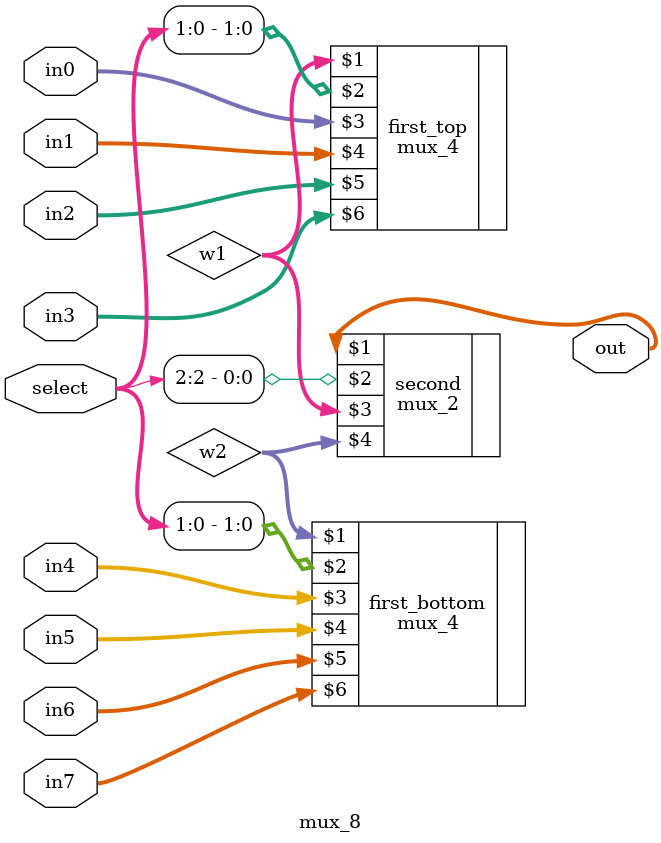
<source format=v>
module mux_8(out, select, in0, in1, in2, in3, in4, in5, in6, in7);
    input [2:0] select;
    input [31:0] in0, in1, in2, in3, in4, in5, in6, in7;
    output [31:0] out;
    wire [31:0] w1, w2;
    mux_4 first_top(w1, select[1:0], in0, in1, in2, in3);
    mux_4 first_bottom(w2, select[1:0], in4, in5, in6, in7);
    mux_2 second(out, select[2], w1, w2); 
endmodule
</source>
